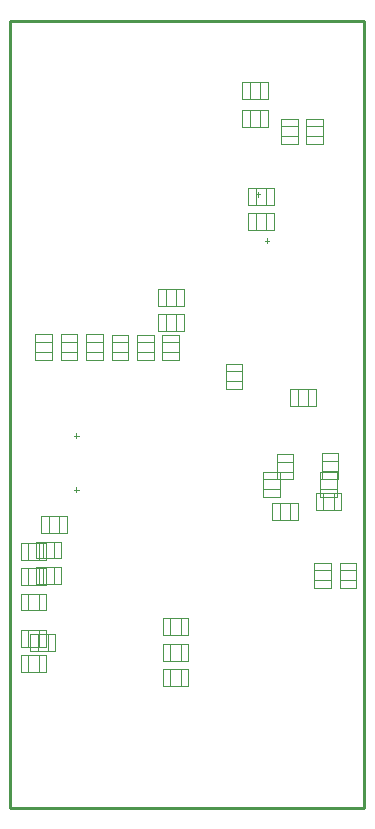
<source format=gm1>
G04*
G04 #@! TF.GenerationSoftware,Altium Limited,Altium Designer,20.0.10 (225)*
G04*
G04 Layer_Color=16711935*
%FSLAX25Y25*%
%MOIN*%
G70*
G01*
G75*
%ADD10C,0.00000*%
%ADD17C,0.01000*%
%ADD84C,0.00394*%
D10*
X109700Y81700D02*
X115300D01*
Y75800D02*
Y79200D01*
X109700Y73300D02*
X115300D01*
X109700Y75800D02*
Y79200D01*
X115300Y73300D02*
Y75800D01*
X109700Y73300D02*
Y75800D01*
X115300D01*
X109700Y79200D02*
Y81700D01*
X115300Y79200D02*
Y81700D01*
X109700Y79200D02*
X115300D01*
X101200Y81700D02*
X106800D01*
Y75800D02*
Y79200D01*
X101200Y73300D02*
X106800D01*
X101200Y75800D02*
Y79200D01*
X106800Y73300D02*
Y75800D01*
X101200Y73300D02*
Y75800D01*
X106800D01*
X101200Y79200D02*
Y81700D01*
X106800Y79200D02*
Y81700D01*
X101200Y79200D02*
X106800D01*
X15000Y52200D02*
Y57800D01*
X9100Y52200D02*
X12500D01*
X6600D02*
Y57800D01*
X9100D02*
X12500D01*
X6600Y52200D02*
X9100D01*
X6600Y57800D02*
X9100D01*
Y52200D02*
Y57800D01*
X12500D02*
X15000D01*
X12500Y52200D02*
X15000D01*
X12500D02*
Y57800D01*
X3500Y45200D02*
Y50800D01*
X6000Y45200D02*
X9400D01*
X11900D02*
Y50800D01*
X6000D02*
X9400D01*
Y45200D02*
X11900D01*
X9400Y50800D02*
X11900D01*
X9400Y45200D02*
Y50800D01*
X3500D02*
X6000D01*
X3500Y45200D02*
X6000D01*
Y50800D01*
X3500Y53544D02*
Y59144D01*
X6000Y53544D02*
X9400D01*
X11900D02*
Y59144D01*
X6000D02*
X9400D01*
Y53544D02*
X11900D01*
X9400Y59144D02*
X11900D01*
X9400Y53544D02*
Y59144D01*
X3500D02*
X6000D01*
X3500Y53544D02*
X6000D01*
Y59144D01*
X3500Y82700D02*
Y88300D01*
X6000Y82700D02*
X9400D01*
X11900D02*
Y88300D01*
X6000D02*
X9400D01*
Y82700D02*
X11900D01*
X9400Y88300D02*
X11900D01*
X9400Y82700D02*
Y88300D01*
X3500D02*
X6000D01*
X3500Y82700D02*
X6000D01*
Y88300D01*
X16900Y83146D02*
Y88746D01*
X11000Y83146D02*
X14400D01*
X8500D02*
Y88746D01*
X11000D02*
X14400D01*
X8500Y83146D02*
X11000D01*
X8500Y88746D02*
X11000D01*
Y83146D02*
Y88746D01*
X14400D02*
X16900D01*
X14400Y83146D02*
X16900D01*
X14400D02*
Y88746D01*
X3500Y74200D02*
Y79800D01*
X6000Y74200D02*
X9400D01*
X11900D02*
Y79800D01*
X6000D02*
X9400D01*
Y74200D02*
X11900D01*
X9400Y79800D02*
X11900D01*
X9400Y74200D02*
Y79800D01*
X3500D02*
X6000D01*
X3500Y74200D02*
X6000D01*
Y79800D01*
X18700Y91700D02*
Y97300D01*
X12800Y91700D02*
X16200D01*
X10300D02*
Y97300D01*
X12800D02*
X16200D01*
X10300Y91700D02*
X12800D01*
X10300Y97300D02*
X12800D01*
Y91700D02*
Y97300D01*
X16200D02*
X18700D01*
X16200Y91700D02*
X18700D01*
X16200D02*
Y97300D01*
X50528Y151824D02*
X56128D01*
X50528Y149324D02*
Y151824D01*
X56128Y149324D02*
Y151824D01*
X50528Y155224D02*
X56128D01*
Y157724D01*
X50528Y155224D02*
Y157724D01*
X56128Y151824D02*
Y155224D01*
X50528Y157724D02*
X56128D01*
X50528Y151824D02*
Y155224D01*
Y149324D02*
X56128D01*
X49300Y167200D02*
Y172800D01*
X51800Y167200D02*
X55200D01*
X57700D02*
Y172800D01*
X51800D02*
X55200D01*
Y167200D02*
X57700D01*
X55200Y172800D02*
X57700D01*
X55200Y167200D02*
Y172800D01*
X49300D02*
X51800D01*
X49300Y167200D02*
X51800D01*
Y172800D01*
X71700Y142100D02*
X77300D01*
Y139600D02*
Y142100D01*
X71700Y139600D02*
Y142100D01*
Y145500D02*
X77300D01*
X71700D02*
Y148000D01*
X77300Y145500D02*
Y148000D01*
X71700Y142100D02*
Y145500D01*
Y148000D02*
X77300D01*
Y142100D02*
Y145500D01*
X71700Y139600D02*
X77300D01*
X50800Y57579D02*
Y63179D01*
X53300D02*
X56700D01*
X59200Y57579D02*
Y63179D01*
X53300Y57579D02*
X56700D01*
Y63179D02*
X59200D01*
X56700Y57579D02*
X59200D01*
X56700D02*
Y63179D01*
X50800Y57579D02*
X53300D01*
X50800Y63179D02*
X53300D01*
Y57579D02*
Y63179D01*
X50800Y49079D02*
Y54679D01*
X53300D02*
X56700D01*
X59200Y49079D02*
Y54679D01*
X53300Y49079D02*
X56700D01*
Y54679D02*
X59200D01*
X56700Y49079D02*
X59200D01*
X56700D02*
Y54679D01*
X50800Y49079D02*
X53300D01*
X50800Y54679D02*
X53300D01*
Y49079D02*
Y54679D01*
X59200Y40579D02*
Y46179D01*
X53300Y40579D02*
X56700D01*
X50800D02*
Y46179D01*
X53300D02*
X56700D01*
X50800Y40579D02*
X53300D01*
X50800Y46179D02*
X53300D01*
Y40579D02*
Y46179D01*
X56700D02*
X59200D01*
X56700Y40579D02*
X59200D01*
X56700D02*
Y46179D01*
X11000Y74700D02*
Y80300D01*
X8500D02*
X11000D01*
X8500Y74700D02*
X11000D01*
X14400D02*
Y80300D01*
Y74700D02*
X16900D01*
X14400Y80300D02*
X16900D01*
X11000Y74700D02*
X14400D01*
X16900D02*
Y80300D01*
X11000D02*
X14400D01*
X8500Y74700D02*
Y80300D01*
X11900Y65754D02*
Y71354D01*
X6000D02*
X9400D01*
X3500Y65754D02*
Y71354D01*
X6000Y65754D02*
X9400D01*
X3500Y71354D02*
X6000D01*
X3500Y65754D02*
X6000D01*
Y71354D01*
X9400Y65754D02*
X11900D01*
X9400Y71354D02*
X11900D01*
X9400Y65754D02*
Y71354D01*
X49300Y158872D02*
Y164472D01*
X51800Y158872D02*
X55200D01*
X57700D02*
Y164472D01*
X51800D02*
X55200D01*
Y158872D02*
X57700D01*
X55200Y164472D02*
X57700D01*
X55200Y158872D02*
Y164472D01*
X49300D02*
X51800D01*
X49300Y158872D02*
X51800D01*
Y164472D01*
X84200Y103621D02*
X89800D01*
Y106121D02*
Y109521D01*
X84200Y112021D02*
X89800D01*
X84200Y106121D02*
Y109521D01*
X89800D02*
Y112021D01*
X84200Y109521D02*
Y112021D01*
Y109521D02*
X89800D01*
X84200Y103621D02*
Y106121D01*
X89800Y103621D02*
Y106121D01*
X84200D02*
X89800D01*
X88700Y111921D02*
X94300D01*
X88700Y109421D02*
Y111921D01*
X94300Y109421D02*
Y111921D01*
X88700Y115321D02*
X94300D01*
Y117821D01*
X88700Y115321D02*
Y117821D01*
X94300Y111921D02*
Y115321D01*
X88700Y117821D02*
X94300D01*
X88700Y111921D02*
Y115321D01*
Y109421D02*
X94300D01*
X103200Y112021D02*
X108800D01*
X103200Y106121D02*
Y109521D01*
Y103621D02*
X108800D01*
Y106121D02*
Y109521D01*
X103200Y103621D02*
Y106121D01*
X108800Y103621D02*
Y106121D01*
X103200D02*
X108800D01*
Y109521D02*
Y112021D01*
X103200Y109521D02*
Y112021D01*
Y109521D02*
X108800D01*
X99200Y133821D02*
Y139421D01*
X101700D01*
X99200Y133821D02*
X101700D01*
X95800D02*
Y139421D01*
X93300Y133821D02*
X95800D01*
X93300Y139421D02*
X95800D01*
Y133821D02*
X99200D01*
X93300D02*
Y139421D01*
X95800D02*
X99200D01*
X101700Y133821D02*
Y139421D01*
X93200Y95821D02*
Y101421D01*
Y95821D02*
X95700D01*
X93200Y101421D02*
X95700D01*
X89800Y95821D02*
Y101421D01*
X87300D02*
X89800D01*
X87300Y95821D02*
X89800D01*
Y101421D02*
X93200D01*
X87300Y95821D02*
Y101421D01*
X89800Y95821D02*
X93200D01*
X95700D02*
Y101421D01*
X79300Y192493D02*
Y198093D01*
X81800Y192493D02*
X85200D01*
X87700D02*
Y198093D01*
X81800D02*
X85200D01*
Y192493D02*
X87700D01*
X85200Y198093D02*
X87700D01*
X85200Y192493D02*
Y198093D01*
X79300D02*
X81800D01*
X79300Y192493D02*
X81800D01*
Y198093D01*
X8200Y155263D02*
X13800D01*
Y157763D01*
X8200Y155263D02*
Y157763D01*
Y151863D02*
X13800D01*
X8200Y149363D02*
Y151863D01*
X13800Y149363D02*
Y151863D01*
X8200D02*
Y155263D01*
Y149363D02*
X13800D01*
Y151863D02*
Y155263D01*
X8200Y157763D02*
X13800D01*
X16700D02*
X22300D01*
Y151863D02*
Y155263D01*
X16700Y149363D02*
X22300D01*
X16700Y151863D02*
Y155263D01*
X22300Y149363D02*
Y151863D01*
X16700Y149363D02*
Y151863D01*
X22300D01*
X16700Y155263D02*
Y157763D01*
X22300Y155263D02*
Y157763D01*
X16700Y155263D02*
X22300D01*
X33700Y151824D02*
X39300D01*
X33700Y149324D02*
Y151824D01*
X39300Y149324D02*
Y151824D01*
X33700Y155224D02*
X39300D01*
Y157724D01*
X33700Y155224D02*
Y157724D01*
X39300Y151824D02*
Y155224D01*
X33700Y157724D02*
X39300D01*
X33700Y151824D02*
Y155224D01*
Y149324D02*
X39300D01*
X42200Y151824D02*
X47800D01*
X42200Y149324D02*
Y151824D01*
X47800Y149324D02*
Y151824D01*
X42200Y155224D02*
X47800D01*
Y157724D01*
X42200Y155224D02*
Y157724D01*
X47800Y151824D02*
Y155224D01*
X42200Y157724D02*
X47800D01*
X42200Y151824D02*
Y155224D01*
Y149324D02*
X47800D01*
X25200Y157763D02*
X30800D01*
Y151863D02*
Y155263D01*
X25200Y149363D02*
X30800D01*
X25200Y151863D02*
Y155263D01*
X30800Y149363D02*
Y151863D01*
X25200Y149363D02*
Y151863D01*
X30800D01*
X25200Y155263D02*
Y157763D01*
X30800Y155263D02*
Y157763D01*
X25200Y155263D02*
X30800D01*
X98528Y221300D02*
X104128D01*
Y223800D02*
Y227200D01*
X98528Y229700D02*
X104128D01*
X98528Y223800D02*
Y227200D01*
X104128D02*
Y229700D01*
X98528Y227200D02*
Y229700D01*
Y227200D02*
X104128D01*
X98528Y221300D02*
Y223800D01*
X104128Y221300D02*
Y223800D01*
X98528D02*
X104128D01*
X90200D02*
X95800D01*
Y221300D02*
Y223800D01*
X90200Y221300D02*
Y223800D01*
Y227200D02*
X95800D01*
X90200D02*
Y229700D01*
X95800Y227200D02*
Y229700D01*
X90200Y223800D02*
Y227200D01*
Y229700D02*
X95800D01*
Y223800D02*
Y227200D01*
X90200Y221300D02*
X95800D01*
X79300Y200821D02*
Y206421D01*
X81800Y200821D02*
X85200D01*
X87700D02*
Y206421D01*
X81800D02*
X85200D01*
Y200821D02*
X87700D01*
X85200Y206421D02*
X87700D01*
X85200Y200821D02*
Y206421D01*
X79300D02*
X81800D01*
X79300Y200821D02*
X81800D01*
Y206421D01*
X77300Y236321D02*
Y241921D01*
X79800Y236321D02*
X83200D01*
X85700D02*
Y241921D01*
X79800D02*
X83200D01*
Y236321D02*
X85700D01*
X83200Y241921D02*
X85700D01*
X83200Y236321D02*
Y241921D01*
X77300D02*
X79800D01*
X77300Y236321D02*
X79800D01*
Y241921D01*
X110200Y99321D02*
Y104921D01*
X104300Y99321D02*
X107700D01*
X101800D02*
Y104921D01*
X104300D02*
X107700D01*
X101800Y99321D02*
X104300D01*
X101800Y104921D02*
X104300D01*
Y99321D02*
Y104921D01*
X107700D02*
X110200D01*
X107700Y99321D02*
X110200D01*
X107700D02*
Y104921D01*
X103700Y112221D02*
X109300D01*
X103700Y109721D02*
Y112221D01*
X109300Y109721D02*
Y112221D01*
X103700Y115621D02*
X109300D01*
Y118121D01*
X103700Y115621D02*
Y118121D01*
X109300Y112221D02*
Y115621D01*
X103700Y118121D02*
X109300D01*
X103700Y112221D02*
Y115621D01*
Y109721D02*
X109300D01*
X79800Y226821D02*
Y232421D01*
X77300Y226821D02*
X79800D01*
X77300Y232421D02*
X79800D01*
X83200Y226821D02*
Y232421D01*
X85700D01*
X83200Y226821D02*
X85700D01*
X79800Y232421D02*
X83200D01*
X85700Y226821D02*
Y232421D01*
X79800Y226821D02*
X83200D01*
X77300D02*
Y232421D01*
D17*
X0Y0D02*
X118000D01*
X118000Y262000D02*
X118000Y0D01*
X0D02*
Y262121D01*
X118000D01*
D84*
X21213Y124000D02*
X22787D01*
X22000Y123213D02*
Y124787D01*
X82500Y203713D02*
Y205287D01*
X81713Y204500D02*
X83287D01*
X22000Y105213D02*
Y106787D01*
X21213Y106000D02*
X22787D01*
X84713Y189000D02*
X86287D01*
X85500Y188213D02*
Y189787D01*
M02*

</source>
